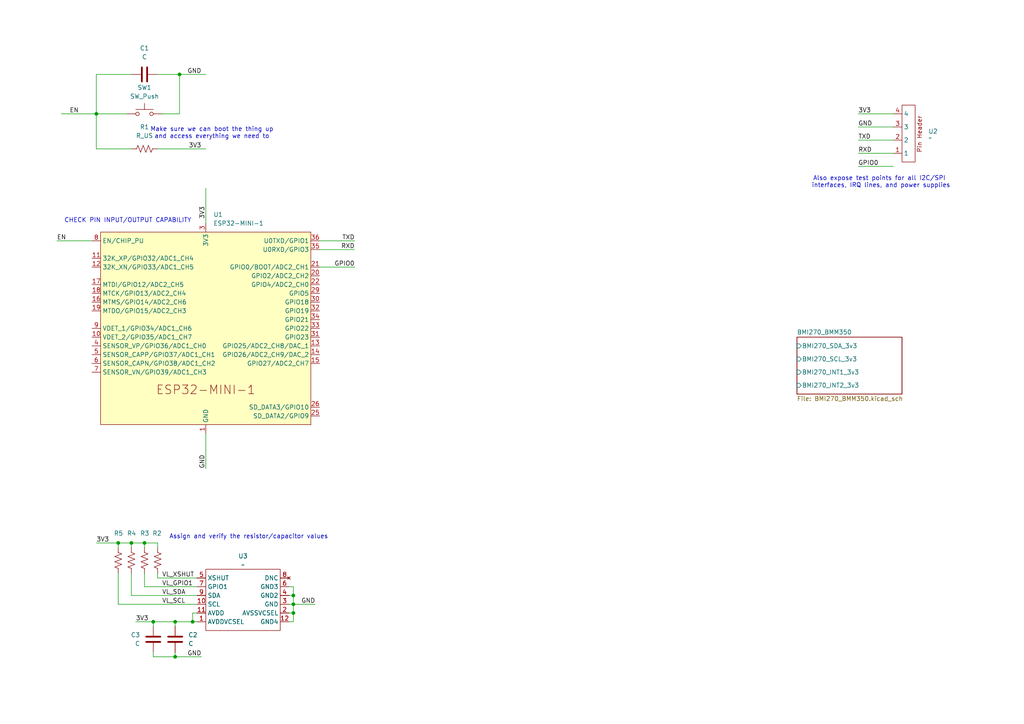
<source format=kicad_sch>
(kicad_sch (version 20231120) (generator "eeschema") (generator_version "8.0")
  (paper "A4")
  (lib_symbols
    (symbol "Device:C" (pin_numbers hide) (pin_names (offset 0.254))
      (property "Reference" "C" (at 0.635 2.54 0))
      (property "Value" "C" (at 0.635 -2.54 0))
      (symbol "C_0_1"
        (polyline (pts (xy -2.032 -0.762) (xy 2.032 -0.762)) (stroke (width 0.508)))
        (polyline (pts (xy -2.032 0.762) (xy 2.032 0.762)) (stroke (width 0.508)))
      )
      (symbol "C_1_1"
        (pin passive line (at 0 3.81 270) (length 2.794) (name "~") (number "1"))
        (pin passive line (at 0 -3.81 90) (length 2.794) (name "~") (number "2"))
      )
    )
    (symbol "Device:R_US" (pin_numbers hide) (pin_names (offset 0))
      (property "Reference" "R" (at 2.54 0 90))
      (property "Value" "R_US" (at -2.54 0 90))
      (symbol "R_US_0_1"
        (polyline (pts (xy 0 -2.286) (xy 0 -2.54)))
        (polyline (pts (xy 0 2.286) (xy 0 2.54)))
        (polyline (pts (xy 0 -0.762) (xy 1.016 -1.143) (xy 0 -1.524) (xy -1.016 -1.905) (xy 0 -2.286)))
        (polyline (pts (xy 0 0.762) (xy 1.016 0.381) (xy 0 0) (xy -1.016 -0.381) (xy 0 -0.762)))
        (polyline (pts (xy 0 2.286) (xy 1.016 1.905) (xy 0 1.524) (xy -1.016 1.143) (xy 0 0.762)))
      )
      (symbol "R_US_1_1"
        (pin passive line (at 0 3.81 270) (length 1.27) (name "~") (number "1"))
        (pin passive line (at 0 -3.81 90) (length 1.27) (name "~") (number "2"))
      )
    )
    (symbol "Magic_Wand:VL53L4CX"
      (property "Reference" "U" (at 0 0 0))
      (symbol "VL53L4CX_0_1"
        (rectangle (start 0 17.78) (end 21.59 0))
      )
      (symbol "VL53L4CX_1_1"
        (pin power_in line (at -2.54 2.54 0) (length 2.54) (name "AVDDVCSEL") (number "1"))
        (pin input line (at -2.54 7.62 0) (length 2.54) (name "SCL") (number "10"))
        (pin power_in line (at -2.54 5.08 0) (length 2.54) (name "AVDD") (number "11"))
        (pin power_out line (at 24.13 2.54 180) (length 2.54) (name "GND4") (number "12"))
        (pin power_out line (at 24.13 5.08 180) (length 2.54) (name "AVSSVCSEL") (number "2"))
        (pin power_out line (at 24.13 7.62 180) (length 2.54) (name "GND") (number "3"))
        (pin power_out line (at 24.13 10.16 180) (length 2.54) (name "GND2") (number "4"))
        (pin input line (at -2.54 15.24 0) (length 2.54) (name "XSHUT") (number "5"))
        (pin power_out line (at 24.13 12.7 180) (length 2.54) (name "GND3") (number "6"))
        (pin output line (at -2.54 12.7 0) (length 2.54) (name "GPIO1") (number "7"))
        (pin no_connect line (at 24.13 15.24 180) (length 2.54) (name "DNC") (number "8"))
        (pin input line (at -2.54 10.16 0) (length 2.54) (name "SDA") (number "9"))
      )
    )
    (symbol "PCM_Espressif:ESP32-MINI-1"
      (property "Reference" "U" (at -30.48 33.02 0))
      (property "Value" "ESP32-MINI-1" (at -30.48 30.48 0))
      (symbol "ESP32-MINI-1_0_0"
        (text "ESP32-MINI-1" (at 0 -17.78 0) (effects (font (size 2.54 2.54))))
        (pin power_in line (at 0 -30.48 90) (length 2.54) (name "GND") (number "1"))
        (pin bidirectional line (at 33.02 7.62 180) (length 2.54) (name "GPIO18") (number "30"))
        (pin bidirectional line (at 33.02 -2.54 180) (length 2.54) (name "GPIO23") (number "31"))
        (pin passive line (at 0 -30.48 90) (length 2.54) hide (name "GND") (number "42"))
        (pin passive line (at 0 -30.48 90) (length 2.54) hide (name "GND") (number "47"))
      )
      (symbol "ESP32-MINI-1_0_1"
        (rectangle (start -30.48 27.94) (end 30.48 -27.94) (fill (type background)))
        (pin passive line (at 0 -30.48 90) (length 2.54) hide (name "GND") (number "38"))
        (pin passive line (at 0 -30.48 90) (length 2.54) hide (name "GND") (number "39"))
        (pin passive line (at 0 -30.48 90) (length 2.54) hide (name "GND") (number "40"))
        (pin passive line (at 0 -30.48 90) (length 2.54) hide (name "GND") (number "41"))
        (pin passive line (at 0 -30.48 90) (length 2.54) hide (name "GND") (number "43"))
        (pin passive line (at 0 -30.48 90) (length 2.54) hide (name "GND") (number "44"))
        (pin passive line (at 0 -30.48 90) (length 2.54) hide (name "GND") (number "45"))
        (pin passive line (at 0 -30.48 90) (length 2.54) hide (name "GND") (number "46"))
        (pin passive line (at 0 -30.48 90) (length 2.54) hide (name "GND") (number "48"))
        (pin passive line (at 0 -30.48 90) (length 2.54) hide (name "GND") (number "49"))
        (pin passive line (at 0 -30.48 90) (length 2.54) hide (name "GND") (number "50"))
        (pin passive line (at 0 -30.48 90) (length 2.54) hide (name "GND") (number "51"))
        (pin passive line (at 0 -30.48 90) (length 2.54) hide (name "GND") (number "52"))
        (pin passive line (at 0 -30.48 90) (length 2.54) hide (name "GND") (number "53"))
        (pin passive line (at 0 -30.48 90) (length 2.54) hide (name "GND") (number "54"))
        (pin passive line (at 0 -30.48 90) (length 2.54) hide (name "GND") (number "55"))
      )
      (symbol "ESP32-MINI-1_1_1"
        (pin input line (at -33.02 -2.54 0) (length 2.54) (name "VDET_2/GPIO35/ADC1_CH7") (number "10"))
        (pin bidirectional line (at -33.02 20.32 0) (length 2.54) (name "32K_XP/GPIO32/ADC1_CH4") (number "11"))
        (pin bidirectional line (at -33.02 17.78 0) (length 2.54) (name "32K_XN/GPIO33/ADC1_CH5") (number "12"))
        (pin bidirectional line (at 33.02 -5.08 180) (length 2.54) (name "GPIO25/ADC2_CH8/DAC_1") (number "13"))
        (pin bidirectional line (at 33.02 -7.62 180) (length 2.54) (name "GPIO26/ADC2_CH9/DAC_2") (number "14"))
        (pin bidirectional line (at 33.02 -10.16 180) (length 2.54) (name "GPIO27/ADC2_CH7") (number "15"))
        (pin bidirectional line (at -33.02 7.62 0) (length 2.54) (name "MTMS/GPIO14/ADC2_CH6") (number "16"))
        (pin bidirectional line (at -33.02 12.7 0) (length 2.54) (name "MTDI/GPIO12/ADC2_CH5") (number "17"))
        (pin bidirectional line (at -33.02 10.16 0) (length 2.54) (name "MTCK/GPIO13/ADC2_CH4") (number "18"))
        (pin bidirectional line (at -33.02 5.08 0) (length 2.54) (name "MTDO/GPIO15/ADC2_CH3") (number "19"))
        (pin passive line (at 0 -30.48 90) (length 2.54) hide (name "GND") (number "2"))
        (pin bidirectional line (at 33.02 15.24 180) (length 2.54) (name "GPIO2/ADC2_CH2") (number "20"))
        (pin bidirectional line (at 33.02 17.78 180) (length 2.54) (name "GPIO0/BOOT/ADC2_CH1") (number "21"))
        (pin bidirectional line (at 33.02 12.7 180) (length 2.54) (name "GPIO4/ADC2_CH0") (number "22"))
        (pin no_connect line (at -30.48 -17.78 0) (length 2.54) hide (name "NC") (number "23"))
        (pin no_connect line (at -30.48 -20.32 0) (length 2.54) hide (name "NC") (number "24"))
        (pin bidirectional line (at 33.02 -25.4 180) (length 2.54) (name "SD_DATA2/GPIO9") (number "25"))
        (pin bidirectional line (at 33.02 -22.86 180) (length 2.54) (name "SD_DATA3/GPIO10") (number "26"))
        (pin passive line (at 0 -30.48 90) (length 2.54) hide (name "GND") (number "27"))
        (pin no_connect line (at -30.48 -22.86 0) (length 2.54) hide (name "NC") (number "28"))
        (pin bidirectional line (at 33.02 10.16 180) (length 2.54) (name "GPIO5") (number "29"))
        (pin power_in line (at 0 30.48 270) (length 2.54) (name "3V3") (number "3"))
        (pin bidirectional line (at 33.02 5.08 180) (length 2.54) (name "GPIO19") (number "32"))
        (pin bidirectional line (at 33.02 0 180) (length 2.54) (name "GPIO22") (number "33"))
        (pin bidirectional line (at 33.02 2.54 180) (length 2.54) (name "GPIO21") (number "34"))
        (pin bidirectional line (at 33.02 22.86 180) (length 2.54) (name "U0RXD/GPIO3") (number "35"))
        (pin bidirectional line (at 33.02 25.4 180) (length 2.54) (name "U0TXD/GPIO1") (number "36"))
        (pin no_connect line (at -30.48 -25.4 0) (length 2.54) hide (name "NC") (number "37"))
        (pin input line (at -33.02 -5.08 0) (length 2.54) (name "SENSOR_VP/GPIO36/ADC1_CH0") (number "4"))
        (pin input line (at -33.02 -7.62 0) (length 2.54) (name "SENSOR_CAPP/GPIO37/ADC1_CH1") (number "5"))
        (pin input line (at -33.02 -10.16 0) (length 2.54) (name "SENSOR_CAPN/GPIO38/ADC1_CH2") (number "6"))
        (pin input line (at -33.02 -12.7 0) (length 2.54) (name "SENSOR_VN/GPIO39/ADC1_CH3") (number "7"))
        (pin input line (at -33.02 25.4 0) (length 2.54) (name "EN/CHIP_PU") (number "8"))
        (pin input line (at -33.02 0 0) (length 2.54) (name "VDET_1/GPIO34/ADC1_CH6") (number "9"))
      )
    )
    (symbol "Pin_Headers:4-pin_header"
      (property "Reference" "U" (at 0 0 0))
      (symbol "4-pin_header_0_1"
        (rectangle (start 3.81 30.48) (end 7.62 13.97))
      )
      (symbol "4-pin_header_1_1"
        (text "Pin Header" (at 2.54 22.352 900) (effects (font (size 1.27 1.27))))
        (pin input line (at 10.16 27.94 180) (length 2.54) (name "1") (number "1"))
        (pin input line (at 10.16 24.13 180) (length 2.54) (name "2") (number "2"))
        (pin power_in line (at 10.16 20.32 180) (length 2.54) (name "3") (number "3"))
        (pin input line (at 10.16 16.51 180) (length 2.54) (name "4") (number "4"))
      )
    )
    (symbol "Switch:SW_Push" (pin_numbers hide) (pin_names (offset 1.016) hide)
      (property "Reference" "SW" (at 1.27 2.54 0))
      (property "Value" "SW_Push" (at 0 -1.524 0))
      (symbol "SW_Push_0_1"
        (circle (center -2.032 0) (radius 0.508))
        (polyline (pts (xy 0 1.27) (xy 0 3.048)))
        (polyline (pts (xy 2.54 1.27) (xy -2.54 1.27)))
        (circle (center 2.032 0) (radius 0.508))
        (pin passive line (at -5.08 0 0) (length 2.54) (name "1") (number "1"))
        (pin passive line (at 5.08 0 180) (length 2.54) (name "2") (number "2"))
      )
    )
  )
  (junction (at 38.1 157.48))
  (junction (at 55.88 180.34))
  (junction (at 85.09 172.72))
  (junction (at 34.29 157.48))
  (junction (at 85.09 177.8))
  (junction (at 85.09 175.26))
  (junction (at 50.8 190.5))
  (junction (at 44.45 180.34))
  (junction (at 50.8 180.34))
  (junction (at 27.94 33.02))
  (junction (at 52.07 21.59))
  (junction (at 41.91 157.48))
  (wire (pts (xy 85.09 175.26) (xy 85.09 177.8)))
  (wire (pts (xy 259.08 48.26) (xy 248.92 48.26)))
  (wire (pts (xy 248.92 33.02) (xy 259.08 33.02)))
  (wire (pts (xy 85.09 170.18) (xy 85.09 172.72)))
  (wire (pts (xy 45.72 167.64) (xy 45.72 166.37)))
  (wire (pts (xy 52.07 21.59) (xy 59.69 21.59)))
  (wire (pts (xy 83.82 177.8) (xy 85.09 177.8)))
  (wire (pts (xy 34.29 157.48) (xy 27.94 157.48)))
  (wire (pts (xy 27.94 21.59) (xy 38.1 21.59)))
  (wire (pts (xy 45.72 157.48) (xy 41.91 157.48)))
  (wire (pts (xy 59.69 125.73) (xy 59.69 135.89)))
  (wire (pts (xy 38.1 166.37) (xy 38.1 172.72)))
  (wire (pts (xy 248.92 40.64) (xy 259.08 40.64)))
  (wire (pts (xy 83.82 180.34) (xy 85.09 180.34)))
  (wire (pts (xy 92.71 77.47) (xy 102.87 77.47)))
  (wire (pts (xy 27.94 33.02) (xy 36.83 33.02)))
  (wire (pts (xy 38.1 157.48) (xy 38.1 158.75)))
  (wire (pts (xy 59.69 54.61) (xy 59.69 64.77)))
  (wire (pts (xy 55.88 180.34) (xy 55.88 177.8)))
  (wire (pts (xy 38.1 172.72) (xy 57.15 172.72)))
  (wire (pts (xy 34.29 166.37) (xy 34.29 175.26)))
  (wire (pts (xy 83.82 170.18) (xy 85.09 170.18)))
  (wire (pts (xy 92.71 72.39) (xy 102.87 72.39)))
  (wire (pts (xy 44.45 181.61) (xy 44.45 180.34)))
  (wire (pts (xy 27.94 33.02) (xy 27.94 43.18)))
  (wire (pts (xy 16.51 69.85) (xy 26.67 69.85)))
  (wire (pts (xy 44.45 189.23) (xy 44.45 190.5)))
  (wire (pts (xy 34.29 157.48) (xy 38.1 157.48)))
  (wire (pts (xy 57.15 177.8) (xy 55.88 177.8)))
  (wire (pts (xy 38.1 157.48) (xy 41.91 157.48)))
  (wire (pts (xy 34.29 158.75) (xy 34.29 157.48)))
  (wire (pts (xy 52.07 21.59) (xy 45.72 21.59)))
  (wire (pts (xy 50.8 190.5) (xy 58.42 190.5)))
  (wire (pts (xy 50.8 180.34) (xy 55.88 180.34)))
  (wire (pts (xy 83.82 172.72) (xy 85.09 172.72)))
  (wire (pts (xy 83.82 175.26) (xy 85.09 175.26)))
  (wire (pts (xy 248.92 36.83) (xy 259.08 36.83)))
  (wire (pts (xy 57.15 180.34) (xy 55.88 180.34)))
  (wire (pts (xy 27.94 33.02) (xy 27.94 21.59)))
  (wire (pts (xy 92.71 69.85) (xy 102.87 69.85)))
  (wire (pts (xy 41.91 166.37) (xy 41.91 170.18)))
  (wire (pts (xy 85.09 172.72) (xy 85.09 175.26)))
  (wire (pts (xy 17.78 33.02) (xy 27.94 33.02)))
  (wire (pts (xy 45.72 167.64) (xy 57.15 167.64)))
  (wire (pts (xy 44.45 180.34) (xy 39.37 180.34)))
  (wire (pts (xy 41.91 157.48) (xy 41.91 158.75)))
  (wire (pts (xy 50.8 181.61) (xy 50.8 180.34)))
  (wire (pts (xy 50.8 190.5) (xy 50.8 189.23)))
  (wire (pts (xy 41.91 170.18) (xy 57.15 170.18)))
  (wire (pts (xy 44.45 190.5) (xy 50.8 190.5)))
  (wire (pts (xy 44.45 180.34) (xy 50.8 180.34)))
  (wire (pts (xy 45.72 158.75) (xy 45.72 157.48)))
  (wire (pts (xy 45.72 43.18) (xy 59.69 43.18)))
  (wire (pts (xy 85.09 180.34) (xy 85.09 177.8)))
  (wire (pts (xy 27.94 43.18) (xy 38.1 43.18)))
  (wire (pts (xy 248.92 44.45) (xy 259.08 44.45)))
  (wire (pts (xy 52.07 33.02) (xy 52.07 21.59)))
  (wire (pts (xy 46.99 33.02) (xy 52.07 33.02)))
  (wire (pts (xy 34.29 175.26) (xy 57.15 175.26)))
  (wire (pts (xy 85.09 175.26) (xy 91.44 175.26)))
  (text "Assign and verify the resistor/capacitor values" (at 72.136 155.702 0) (effects (font (size 1.27 1.27))))
  (text "Also expose test points for all I2C/SPI \ninterfaces, IRQ lines, and power supplies" (at 255.524 52.832 0) (effects (font (size 1.27 1.27))))
  (text "CHECK PIN INPUT/OUTPUT CAPABILITY" (at 37.084 64.008 0) (effects (font (size 1.27 1.27))))
  (text "Make sure we can boot the thing up\nand access everything we need to" (at 61.468 38.608 0) (effects (font (size 1.27 1.27))))
  (label "3V3" (at 39.37 180.34 0))
  (label "GND" (at 248.92 36.83 0))
  (label "RXD" (at 248.92 44.45 0))
  (label "3V3" (at 248.92 33.02 0))
  (label "EN" (at 22.86 33.02 180))
  (label "GPIO0" (at 248.92 48.26 0))
  (label "3V3" (at 58.42 43.18 180))
  (label "3V3" (at 27.94 157.48 0))
  (label "TXD" (at 102.87 69.85 180))
  (label "GPIO0" (at 102.87 77.47 180))
  (label "GND" (at 59.69 135.89 90))
  (label "VL_GPIO1" (at 46.99 170.18 0))
  (label "GND" (at 58.42 21.59 180))
  (label "RXD" (at 102.87 72.39 180))
  (label "TXD" (at 248.92 40.64 0))
  (label "VL_SCL" (at 46.99 175.26 0))
  (label "GND" (at 58.42 190.5 180))
  (label "VL_XSHUT" (at 46.99 167.64 0))
  (label "EN" (at 16.51 69.85 0))
  (label "GND" (at 91.44 175.26 180))
  (label "3V3" (at 59.69 63.5 90))
  (label "VL_SDA" (at 46.99 172.72 0))
  (symbol (lib_id "PCM_Espressif:ESP32-MINI-1") (at 59.69 95.25 0) (unit 1)
    (property "Reference" "U1" (at 61.8841 62.23 0) (effects (justify left)))
    (property "Value" "ESP32-MINI-1" (at 61.8841 64.77 0) (effects (justify left)))
    (property "Footprint" "PCM_Espressif:ESP32-MINI-1" (effects (hide yes)))
    (property "Datasheet" "https://www.espressif.com/sites/default/files/documentation/esp32-mini-1_datasheet_en.pdf" (effects (hide yes)))
    (property "Description" "ESP32-MINI-1/U MCU, SiP, 4MB Flash in ESP32-MINI-format" (effects (hide yes)))
  )
  (symbol (lib_id "Pin_Headers:4-pin_header") (at 269.24 16.51 180) (unit 1)
    (property "Reference" "U2" (at 269.24 38.0999 0) (effects (justify right)))
    (property "Value" "~" (at 269.24 40.005 0) (effects (justify right)))
    (property "Footprint" "Pin_Headers:4-pin header" (effects (hide yes)))
  )
  (symbol (lib_id "Device:R_US") (at 41.91 43.18 90) (unit 1)
    (property "Reference" "R1" (at 41.91 36.83 90))
    (property "Value" "R_US" (at 41.91 39.37 90))
    (property "Footprint" "Resistor_SMD:R_1206_3216Metric_Pad1.30x1.75mm_HandSolder" (effects (hide yes)))
    (property "Description" "Resistor, US symbol" (effects (hide yes)))
  )
  (symbol (lib_id "Device:R_US") (at 38.1 162.56 0) (unit 1)
    (property "Reference" "R4" (at 36.83 154.686 0) (effects (justify left)))
    (property "Value" "R_US" (effects (hide yes)))
    (property "Footprint" "Resistor_SMD:R_1206_3216Metric_Pad1.30x1.75mm_HandSolder" (effects (hide yes)))
    (property "Description" "Resistor, US symbol" (effects (hide yes)))
  )
  (symbol (lib_id "Device:C") (at 44.45 185.42 0) (mirror y) (unit 1)
    (property "Reference" "C3" (at 40.64 184.1499 0) (effects (justify left)))
    (property "Value" "C" (at 40.64 186.6899 0) (effects (justify left)))
    (property "Footprint" "Capacitor_SMD:C_1206_3216Metric_Pad1.33x1.80mm_HandSolder" (effects (hide yes)))
    (property "Description" "Unpolarized capacitor" (effects (hide yes)))
  )
  (symbol (lib_id "Device:R_US") (at 34.29 162.56 0) (unit 1)
    (property "Reference" "R5" (at 33.02 154.686 0) (effects (justify left)))
    (property "Value" "R_US" (effects (hide yes)))
    (property "Footprint" "Resistor_SMD:R_1206_3216Metric_Pad1.30x1.75mm_HandSolder" (effects (hide yes)))
    (property "Description" "Resistor, US symbol" (effects (hide yes)))
  )
  (symbol (lib_id "Magic_Wand:VL53L4CX") (at 59.69 182.88 0) (unit 1)
    (property "Reference" "U3" (at 70.485 161.29 0))
    (property "Value" "~" (at 70.485 163.83 0))
    (property "Footprint" "VL53L4CXV0DH_1:XCDR_VL53L4CXV0DH_1" (effects (hide yes)))
  )
  (symbol (lib_id "Device:R_US") (at 41.91 162.56 0) (unit 1)
    (property "Reference" "R3" (at 40.64 154.686 0) (effects (justify left)))
    (property "Value" "R_US" (effects (hide yes)))
    (property "Footprint" "Resistor_SMD:R_1206_3216Metric_Pad1.30x1.75mm_HandSolder" (effects (hide yes)))
    (property "Description" "Resistor, US symbol" (effects (hide yes)))
  )
  (symbol (lib_id "Device:C") (at 41.91 21.59 90) (unit 1)
    (property "Reference" "C1" (at 41.91 13.97 90))
    (property "Value" "C" (at 41.91 16.51 90))
    (property "Footprint" "Capacitor_SMD:C_1206_3216Metric_Pad1.33x1.80mm_HandSolder" (effects (hide yes)))
    (property "Description" "Unpolarized capacitor" (effects (hide yes)))
  )
  (symbol (lib_id "Switch:SW_Push") (at 41.91 33.02 0) (unit 1)
    (property "Reference" "SW1" (at 41.91 25.4 0))
    (property "Value" "SW_Push" (at 41.91 27.94 0))
    (property "Footprint" "Camera_Components:6x6x4.3 SMD button" (effects (hide yes)))
    (property "Description" "Push button switch, generic, two pins" (effects (hide yes)))
  )
  (symbol (lib_id "Device:C") (at 50.8 185.42 180) (unit 1)
    (property "Reference" "C2" (at 54.61 184.1499 0) (effects (justify right)))
    (property "Value" "C" (at 54.61 186.6899 0) (effects (justify right)))
    (property "Footprint" "Capacitor_SMD:C_1206_3216Metric_Pad1.33x1.80mm_HandSolder" (effects (hide yes)))
    (property "Description" "Unpolarized capacitor" (effects (hide yes)))
  )
  (symbol (lib_id "Device:R_US") (at 45.72 162.56 0) (unit 1)
    (property "Reference" "R2" (at 44.196 154.686 0) (effects (justify left)))
    (property "Value" "R_US" (effects (hide yes)))
    (property "Footprint" "Resistor_SMD:R_1206_3216Metric_Pad1.30x1.75mm_HandSolder" (effects (hide yes)))
    (property "Description" "Resistor, US symbol" (effects (hide yes)))
  )
  (sheet (at 231.14 97.79) (size 30.48 16.51) (stroke (width 0.1524))
    (property "Sheetname" "BMI270_BMM350" (at 231.14 97.0784 0) (effects (justify left bottom)))
    (property "Sheetfile" "BMI270_BMM350.kicad_sch" (at 231.14 114.8846 0) (effects (justify left top)))
    (pin "BMI270_SDA_3v3" input (at 231.14 100.33 180))
    (pin "BMI270_SCL_3v3" input (at 231.14 104.14 180))
    (pin "BMI270_INT1_3v3" input (at 231.14 107.95 180))
    (pin "BMI270_INT2_3v3" input (at 231.14 111.76 180))
  )
)
</source>
